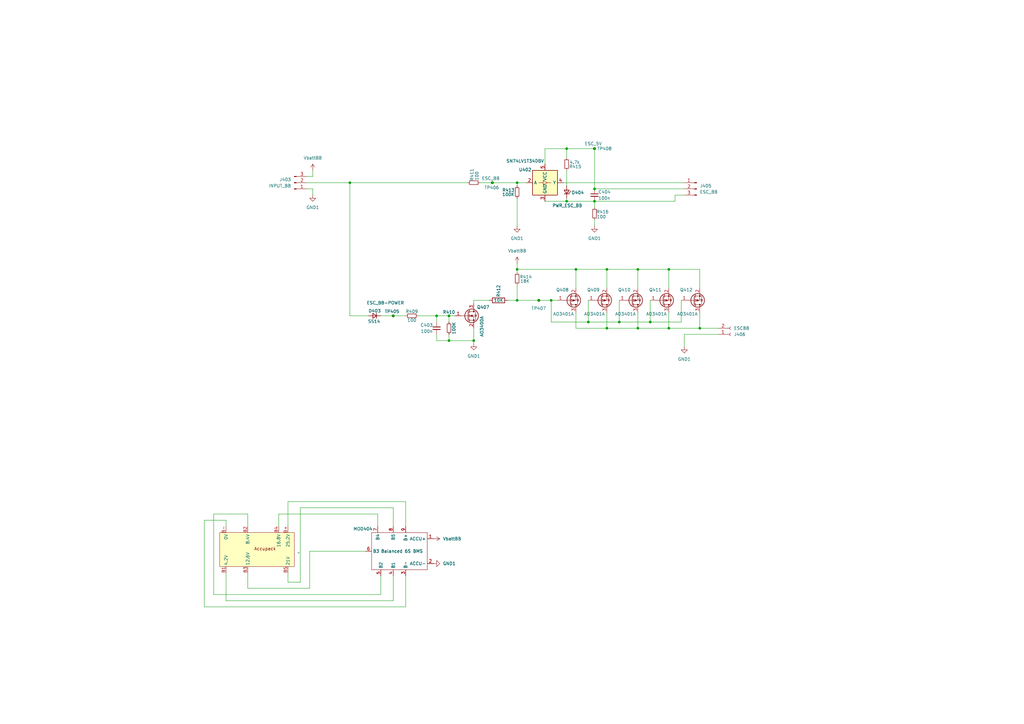
<source format=kicad_sch>
(kicad_sch (version 20241209) (generator "eeschema") (generator_version "9.0")
  (paper "A3")
  (lib_symbols
    (symbol "+3.3V_1" (power) (pin_numbers (hide yes)) (pin_names (offset 0) (hide yes))
      (property "Value" "+3.3V" (at 0 3.556 0))
      (symbol "+3.3V_1_0_1"
        (polyline (pts (xy -0.762 1.27) (xy 0 2.54)))
        (polyline (pts (xy 0 2.54) (xy 0.762 1.27)))
        (polyline (pts (xy 0 0) (xy 0 2.54)))
      )
      (symbol "+3.3V_1_1_1"
        (pin power_in line (at 0 0 90) (length 0) (name "~") (number "1"))
      )
    )
    (symbol "Connector:Conn_01x02_Socket" (pin_names (offset 1.016) (hide yes))
      (property "Reference" "J" (at 0 2.54 0))
      (property "Value" "Conn_01x02_Socket" (at 0 -5.08 0))
      (symbol "Conn_01x02_Socket_1_1"
        (polyline (pts (xy -1.27 0) (xy -0.508 0)) (stroke (width 0.1524)))
        (polyline (pts (xy -1.27 -2.54) (xy -0.508 -2.54)) (stroke (width 0.1524)))
        (arc (start 0 -0.508) (mid -0.5058 0) (end 0 0.508) (stroke (width 0.1524)))
        (arc (start 0 -3.048) (mid -0.5058 -2.54) (end 0 -2.032) (stroke (width 0.1524)))
        (pin passive line (at -5.08 0 0) (length 3.81) (name "Pin_1") (number "1"))
        (pin passive line (at -5.08 -2.54 0) (length 3.81) (name "Pin_2") (number "2"))
      )
    )
    (symbol "Connector:Conn_01x03_Pin" (pin_names (offset 1.016) (hide yes))
      (property "Reference" "J" (at 0 5.08 0))
      (property "Value" "Conn_01x03_Pin" (at 0 -5.08 0))
      (symbol "Conn_01x03_Pin_1_1"
        (rectangle (start 0.8636 2.667) (end 0 2.413) (stroke (width 0.1524)) (fill (type outline)))
        (rectangle (start 0.8636 0.127) (end 0 -0.127) (stroke (width 0.1524)) (fill (type outline)))
        (rectangle (start 0.8636 -2.413) (end 0 -2.667) (stroke (width 0.1524)) (fill (type outline)))
        (polyline (pts (xy 1.27 2.54) (xy 0.8636 2.54)) (stroke (width 0.1524)))
        (polyline (pts (xy 1.27 0) (xy 0.8636 0)) (stroke (width 0.1524)))
        (polyline (pts (xy 1.27 -2.54) (xy 0.8636 -2.54)) (stroke (width 0.1524)))
        (pin passive line (at 5.08 2.54 180) (length 3.81) (name "Pin_1") (number "1"))
        (pin passive line (at 5.08 0 180) (length 3.81) (name "Pin_2") (number "2"))
        (pin passive line (at 5.08 -2.54 180) (length 3.81) (name "Pin_3") (number "3"))
      )
    )
    (symbol "Connector:TestPoint_Small" (pin_numbers (hide yes)) (pin_names (offset 0.762) (hide yes))
      (property "Reference" "TP" (at 0 3.81 0))
      (property "Value" "TestPoint_Small" (at 0 2.032 0))
      (symbol "TestPoint_Small_0_1"
        (circle (center 0 0) (radius 0.508))
      )
      (symbol "TestPoint_Small_1_1"
        (pin passive line (at 0 0 90) (length 0) (name "1") (number "1"))
      )
    )
    (symbol "Device:C_Small" (pin_numbers (hide yes)) (pin_names (offset 0.254) (hide yes))
      (property "Reference" "C" (at 0.254 1.778 0))
      (property "Value" "C_Small" (at 0.254 -2.032 0))
      (symbol "C_Small_0_1"
        (polyline (pts (xy -1.524 0.508) (xy 1.524 0.508)) (stroke (width 0.3048)))
        (polyline (pts (xy -1.524 -0.508) (xy 1.524 -0.508)) (stroke (width 0.3302)))
      )
      (symbol "C_Small_1_1"
        (pin passive line (at 0 2.54 270) (length 2.032) (name "~") (number "1"))
        (pin passive line (at 0 -2.54 90) (length 2.032) (name "~") (number "2"))
      )
    )
    (symbol "Device:D_Small" (pin_numbers (hide yes)) (pin_names (offset 0.254) (hide yes))
      (property "Reference" "D" (at -1.27 2.032 0))
      (property "Value" "D_Small" (at -3.81 -2.032 0))
      (symbol "D_Small_0_1"
        (polyline (pts (xy -0.762 0) (xy 0.762 0)))
        (polyline (pts (xy -0.762 -1.016) (xy -0.762 1.016)) (stroke (width 0.254)))
        (polyline (pts (xy 0.762 -1.016) (xy -0.762 0) (xy 0.762 1.016) (xy 0.762 -1.016)) (stroke (width 0.254)))
      )
      (symbol "D_Small_1_1"
        (pin passive line (at -2.54 0 0) (length 1.778) (name "K") (number "1"))
        (pin passive line (at 2.54 0 180) (length 1.778) (name "A") (number "2"))
      )
    )
    (symbol "Device:LED_Small" (pin_numbers (hide yes)) (pin_names (offset 0.254) (hide yes))
      (property "Reference" "D" (at -1.27 3.175 0))
      (property "Value" "LED_Small" (at -4.445 -2.54 0))
      (symbol "LED_Small_0_1"
        (polyline (pts (xy -0.762 -1.016) (xy -0.762 1.016)) (stroke (width 0.254)))
        (polyline (pts (xy 0 0.762) (xy -0.508 1.27) (xy -0.254 1.27) (xy -0.508 1.27) (xy -0.508 1.016)))
        (polyline (pts (xy 0.508 1.27) (xy 0 1.778) (xy 0.254 1.778) (xy 0 1.778) (xy 0 1.524)))
        (polyline (pts (xy 0.762 -1.016) (xy -0.762 0) (xy 0.762 1.016) (xy 0.762 -1.016)) (stroke (width 0.254)))
        (polyline (pts (xy 1.016 0) (xy -0.762 0)))
      )
      (symbol "LED_Small_1_1"
        (pin passive line (at -2.54 0 0) (length 1.778) (name "K") (number "1"))
        (pin passive line (at 2.54 0 180) (length 1.778) (name "A") (number "2"))
      )
    )
    (symbol "Device:R" (pin_numbers (hide yes)) (pin_names (offset 0))
      (property "Reference" "R" (at 2.032 0 90))
      (property "Value" "R" (at 0 0 90))
      (symbol "R_0_1"
        (rectangle (start -1.016 -2.54) (end 1.016 2.54) (stroke (width 0.254)))
      )
      (symbol "R_1_1"
        (pin passive line (at 0 3.81 270) (length 1.27) (name "~") (number "1"))
        (pin passive line (at 0 -3.81 90) (length 1.27) (name "~") (number "2"))
      )
    )
    (symbol "Device:R_Small" (pin_numbers (hide yes)) (pin_names (offset 0.254) (hide yes))
      (property "Reference" "R" (at 0.762 0.508 0))
      (property "Value" "R_Small" (at 0.762 -1.016 0))
      (symbol "R_Small_0_1"
        (rectangle (start -0.762 1.778) (end 0.762 -1.778) (stroke (width 0.2032)))
      )
      (symbol "R_Small_1_1"
        (pin passive line (at 0 2.54 270) (length 0.762) (name "~") (number "1"))
        (pin passive line (at 0 -2.54 90) (length 0.762) (name "~") (number "2"))
      )
    )
    (symbol "Logic_LevelTranslator:SN74LV1T34DBV"
      (property "Reference" "U" (at 5.08 6.35 0))
      (property "Value" "SN74LV1T34DBV" (at 5.08 3.81 0))
      (symbol "SN74LV1T34DBV_0_1"
        (rectangle (start -5.08 5.08) (end 5.08 -5.08) (stroke (width 0.254)) (fill (type background)))
        (polyline (pts (xy -0.762 0) (xy -2.54 0)))
        (polyline (pts (xy 1.016 0) (xy 2.54 0)))
      )
      (symbol "SN74LV1T34DBV_1_1"
        (polyline (pts (xy -0.762 -0.762) (xy -0.762 0.762) (xy 1.016 0) (xy -0.762 -0.762)))
        (pin input line (at -7.62 0 0) (length 2.54) (name "A") (number "2"))
        (pin no_connect line (at -5.08 2.54 0) (length 2.54) (hide yes) (name "NC") (number "1"))
        (pin power_in line (at 0 7.62 270) (length 2.54) (name "VCC") (number "5"))
        (pin power_in line (at 0 -7.62 90) (length 2.54) (name "GND") (number "3"))
        (pin output line (at 7.62 0 180) (length 2.54) (name "Y") (number "4"))
      )
    )
    (symbol "NicE:Accupack_6C"
      (property "Reference" "MOD" (at -20.32 2.794 0))
      (symbol "Accupack_6C_1_1"
        (rectangle (start -17.78 6.35) (end 12.7 -7.62) (fill (type background)))
        (text "Accupack" (at 0.762 -0.254 0) (effects (font (size 1.27 1.27))))
        (pin passive line (at -15.24 8.89 270) (length 2.54) (name "0V") (number "B-"))
        (pin passive line (at -15.24 -10.16 90) (length 2.54) (name "4.2V") (number "B1"))
        (pin passive line (at -6.35 8.89 270) (length 2.54) (name "8.4V") (number "B2"))
        (pin passive line (at -6.35 -10.16 90) (length 2.54) (name "12.6V") (number "B3"))
        (pin passive line (at 6.35 8.89 270) (length 2.54) (name "16.8V") (number "B4"))
        (pin passive line (at 10.16 8.89 270) (length 2.54) (name "25.2V") (number "B+"))
        (pin passive line (at 10.16 -10.16 90) (length 2.54) (name "21V") (number "B5"))
      )
    )
    (symbol "NicE:BMS_6S_14A"
      (property "Reference" "MOD" (at 9.398 23.368 0))
      (property "Value" "Balanced 6S BMS" (at 2.54 0 0))
      (symbol "BMS_6S_14A_1_1"
        (text_box "" (at -11.43 7.62 0) (size 22.86 -15.24) (margins 1.016 1.016 1.016 1.016) (fill (type color)) (effects (font (size 1.27 1.27)) (justify left top)))
        (pin input line (at -13.97 0 0) (length 2.54) (name "B3") (number "6"))
        (pin input line (at -8.89 10.16 270) (length 2.54) (name "B4") (number "7"))
        (pin input line (at -7.62 -10.16 90) (length 2.54) (name "B2") (number "5"))
        (pin input line (at -2.54 10.16 270) (length 2.54) (name "B5") (number "8"))
        (pin input line (at -2.54 -10.16 90) (length 2.54) (name "B1") (number "4"))
        (pin bidirectional line (at 2.54 10.16 270) (length 2.54) (name "B+") (number "9"))
        (pin passive line (at 2.54 -10.16 90) (length 2.54) (name "B-") (number "3"))
        (pin bidirectional line (at 13.97 5.08 180) (length 2.54) (name "ACCU+") (number "1"))
        (pin passive line (at 13.97 -5.08 180) (length 2.54) (name "ACCU-") (number "2"))
      )
    )
    (symbol "Transistor_FET:2N7002" (pin_names (hide yes))
      (property "Reference" "Q" (at 5.08 1.905 0))
      (property "Value" "2N7002" (at 5.08 0 0))
      (symbol "2N7002_0_1"
        (polyline (pts (xy 0.254 1.905) (xy 0.254 -1.905)) (stroke (width 0.254)))
        (polyline (pts (xy 0.254 0) (xy -2.54 0)))
        (polyline (pts (xy 0.762 2.286) (xy 0.762 1.27)) (stroke (width 0.254)))
        (polyline (pts (xy 0.762 0.508) (xy 0.762 -0.508)) (stroke (width 0.254)))
        (polyline (pts (xy 0.762 -1.27) (xy 0.762 -2.286)) (stroke (width 0.254)))
        (polyline (pts (xy 0.762 -1.778) (xy 3.302 -1.778) (xy 3.302 1.778) (xy 0.762 1.778)))
        (polyline (pts (xy 1.016 0) (xy 2.032 0.381) (xy 2.032 -0.381) (xy 1.016 0)) (fill (type outline)))
        (circle (center 1.651 0) (radius 2.794) (stroke (width 0.254)))
        (polyline (pts (xy 2.54 2.54) (xy 2.54 1.778)))
        (circle (center 2.54 1.778) (radius 0.254) (fill (type outline)))
        (circle (center 2.54 -1.778) (radius 0.254) (fill (type outline)))
        (polyline (pts (xy 2.54 -2.54) (xy 2.54 0) (xy 0.762 0)))
        (polyline (pts (xy 2.794 0.508) (xy 2.921 0.381) (xy 3.683 0.381) (xy 3.81 0.254)))
        (polyline (pts (xy 3.302 0.381) (xy 2.921 -0.254) (xy 3.683 -0.254) (xy 3.302 0.381)))
      )
      (symbol "2N7002_1_1"
        (pin input line (at -5.08 0 0) (length 2.54) (name "G") (number "1"))
        (pin passive line (at 2.54 5.08 270) (length 2.54) (name "D") (number "3"))
        (pin passive line (at 2.54 -5.08 90) (length 2.54) (name "S") (number "2"))
      )
    )
    (symbol "Transistor_FET:AO3401A" (pin_names (hide yes))
      (property "Reference" "Q" (at 5.08 1.905 0))
      (property "Value" "AO3401A" (at 5.08 0 0))
      (symbol "AO3401A_0_1"
        (polyline (pts (xy 0.254 1.905) (xy 0.254 -1.905)) (stroke (width 0.254)))
        (polyline (pts (xy 0.254 0) (xy -2.54 0)))
        (polyline (pts (xy 0.762 2.286) (xy 0.762 1.27)) (stroke (width 0.254)))
        (polyline (pts (xy 0.762 1.778) (xy 3.302 1.778) (xy 3.302 -1.778) (xy 0.762 -1.778)))
        (polyline (pts (xy 0.762 0.508) (xy 0.762 -0.508)) (stroke (width 0.254)))
        (polyline (pts (xy 0.762 -1.27) (xy 0.762 -2.286)) (stroke (width 0.254)))
        (circle (center 1.651 0) (radius 2.794) (stroke (width 0.254)))
        (polyline (pts (xy 2.286 0) (xy 1.27 0.381) (xy 1.27 -0.381) (xy 2.286 0)) (fill (type outline)))
        (polyline (pts (xy 2.54 2.54) (xy 2.54 1.778)))
        (circle (center 2.54 1.778) (radius 0.254) (fill (type outline)))
        (circle (center 2.54 -1.778) (radius 0.254) (fill (type outline)))
        (polyline (pts (xy 2.54 -2.54) (xy 2.54 0) (xy 0.762 0)))
        (polyline (pts (xy 2.794 -0.508) (xy 2.921 -0.381) (xy 3.683 -0.381) (xy 3.81 -0.254)))
        (polyline (pts (xy 3.302 -0.381) (xy 2.921 0.254) (xy 3.683 0.254) (xy 3.302 -0.381)))
      )
      (symbol "AO3401A_1_1"
        (pin input line (at -5.08 0 0) (length 2.54) (name "G") (number "1"))
        (pin passive line (at 2.54 5.08 270) (length 2.54) (name "D") (number "3"))
        (pin passive line (at 2.54 -5.08 90) (length 2.54) (name "S") (number "2"))
      )
    )
    (symbol "power:GND1" (power) (pin_numbers (hide yes)) (pin_names (offset 0) (hide yes))
      (property "Value" "GND1" (at 0 -3.81 0))
      (symbol "GND1_0_1"
        (polyline (pts (xy 0 0) (xy 0 -1.27) (xy 1.27 -1.27) (xy 0 -2.54) (xy -1.27 -1.27) (xy 0 -1.27)))
      )
      (symbol "GND1_1_1"
        (pin power_in line (at 0 0 270) (length 0) (name "~") (number "1"))
      )
    )
  )
  (junction (at 243.84 60.96))
  (junction (at 226.06 123.19))
  (junction (at 243.84 82.55))
  (junction (at 241.3 132.08))
  (junction (at 220.98 123.19))
  (junction (at 212.09 123.19))
  (junction (at 179.07 129.54))
  (junction (at 212.09 110.49))
  (junction (at 232.41 60.96))
  (junction (at 184.15 129.54))
  (junction (at 274.32 110.49))
  (junction (at 248.92 110.49))
  (junction (at 201.93 74.93))
  (junction (at 194.31 139.7))
  (junction (at 274.32 134.62))
  (junction (at 248.92 134.62))
  (junction (at 161.29 129.54))
  (junction (at 254 132.08))
  (junction (at 261.62 110.49))
  (junction (at 243.84 77.47))
  (junction (at 184.15 139.7))
  (junction (at 261.62 134.62))
  (junction (at 143.51 74.93))
  (junction (at 236.22 110.49))
  (junction (at 287.02 134.62))
  (junction (at 232.41 82.55))
  (junction (at 212.09 74.93))
  (junction (at 266.7 132.08))
  (wire (pts (xy 184.15 129.54) (xy 179.07 129.54)))
  (wire (pts (xy 184.15 139.7) (xy 194.31 139.7)))
  (wire (pts (xy 156.21 129.54) (xy 161.29 129.54)))
  (wire (pts (xy 87.63 210.82) (xy 101.6 210.82)))
  (wire (pts (xy 118.11 205.74) (xy 118.11 215.9)))
  (wire (pts (xy 166.37 205.74) (xy 118.11 205.74)))
  (wire (pts (xy 143.51 74.93) (xy 191.77 74.93)))
  (wire (pts (xy 149.86 226.06) (xy 127 226.06)))
  (wire (pts (xy 194.31 140.97) (xy 194.31 139.7)))
  (wire (pts (xy 123.19 238.76) (xy 118.11 238.76)))
  (wire (pts (xy 184.15 129.54) (xy 184.15 132.08)))
  (wire (pts (xy 266.7 132.08) (xy 254 132.08)))
  (wire (pts (xy 248.92 110.49) (xy 261.62 110.49)))
  (wire (pts (xy 280.67 137.16) (xy 280.67 142.24)))
  (wire (pts (xy 212.09 74.93) (xy 215.9 74.93)))
  (wire (pts (xy 125.73 74.93) (xy 143.51 74.93)))
  (wire (pts (xy 166.37 248.92) (xy 83.82 248.92)))
  (wire (pts (xy 223.52 82.55) (xy 232.41 82.55)))
  (wire (pts (xy 236.22 134.62) (xy 248.92 134.62)))
  (wire (pts (xy 287.02 128.27) (xy 287.02 134.62)))
  (wire (pts (xy 156.21 243.84) (xy 87.63 243.84)))
  (wire (pts (xy 232.41 60.96) (xy 243.84 60.96)))
  (wire (pts (xy 212.09 74.93) (xy 212.09 76.2)))
  (wire (pts (xy 248.92 110.49) (xy 248.92 118.11)))
  (wire (pts (xy 231.14 74.93) (xy 280.67 74.93)))
  (wire (pts (xy 287.02 110.49) (xy 287.02 118.11)))
  (wire (pts (xy 223.52 60.96) (xy 223.52 67.31)))
  (wire (pts (xy 196.85 74.93) (xy 201.93 74.93)))
  (wire (pts (xy 274.32 110.49) (xy 274.32 118.11)))
  (wire (pts (xy 266.7 123.19) (xy 266.7 132.08)))
  (wire (pts (xy 166.37 236.22) (xy 166.37 248.92)))
  (wire (pts (xy 254 123.19) (xy 254 132.08)))
  (wire (pts (xy 220.98 123.19) (xy 226.06 123.19)))
  (wire (pts (xy 156.21 236.22) (xy 156.21 243.84)))
  (wire (pts (xy 261.62 134.62) (xy 274.32 134.62)))
  (wire (pts (xy 179.07 139.7) (xy 184.15 139.7)))
  (wire (pts (xy 212.09 116.84) (xy 212.09 123.19)))
  (wire (pts (xy 194.31 123.19) (xy 194.31 124.46)))
  (wire (pts (xy 261.62 110.49) (xy 274.32 110.49)))
  (wire (pts (xy 243.84 77.47) (xy 280.67 77.47)))
  (wire (pts (xy 154.94 210.82) (xy 114.3 210.82)))
  (wire (pts (xy 101.6 241.3) (xy 101.6 234.95)))
  (wire (pts (xy 128.27 77.47) (xy 125.73 77.47)))
  (wire (pts (xy 200.66 123.19) (xy 194.31 123.19)))
  (wire (pts (xy 241.3 123.19) (xy 241.3 132.08)))
  (wire (pts (xy 161.29 246.38) (xy 92.71 246.38)))
  (wire (pts (xy 232.41 82.55) (xy 243.84 82.55)))
  (wire (pts (xy 128.27 69.85) (xy 128.27 72.39)))
  (wire (pts (xy 236.22 128.27) (xy 236.22 134.62)))
  (wire (pts (xy 161.29 215.9) (xy 161.29 208.28)))
  (wire (pts (xy 118.11 238.76) (xy 118.11 234.95)))
  (wire (pts (xy 243.84 90.17) (xy 243.84 92.71)))
  (wire (pts (xy 212.09 110.49) (xy 236.22 110.49)))
  (wire (pts (xy 232.41 69.85) (xy 232.41 76.2)))
  (wire (pts (xy 127 241.3) (xy 101.6 241.3)))
  (wire (pts (xy 166.37 215.9) (xy 166.37 205.74)))
  (wire (pts (xy 243.84 60.96) (xy 243.84 77.47)))
  (wire (pts (xy 154.94 215.9) (xy 154.94 210.82)))
  (wire (pts (xy 254 132.08) (xy 241.3 132.08)))
  (wire (pts (xy 212.09 81.28) (xy 212.09 92.71)))
  (wire (pts (xy 92.71 246.38) (xy 92.71 234.95)))
  (wire (pts (xy 274.32 134.62) (xy 287.02 134.62)))
  (wire (pts (xy 279.4 123.19) (xy 279.4 132.08)))
  (wire (pts (xy 179.07 129.54) (xy 179.07 132.08)))
  (wire (pts (xy 236.22 110.49) (xy 248.92 110.49)))
  (wire (pts (xy 248.92 134.62) (xy 261.62 134.62)))
  (wire (pts (xy 186.69 129.54) (xy 184.15 129.54)))
  (wire (pts (xy 226.06 123.19) (xy 226.06 132.08)))
  (wire (pts (xy 127 226.06) (xy 127 241.3)))
  (wire (pts (xy 92.71 213.36) (xy 92.71 215.9)))
  (wire (pts (xy 212.09 123.19) (xy 220.98 123.19)))
  (wire (pts (xy 143.51 129.54) (xy 143.51 74.93)))
  (wire (pts (xy 243.84 82.55) (xy 276.86 82.55)))
  (wire (pts (xy 212.09 107.95) (xy 212.09 110.49)))
  (wire (pts (xy 261.62 110.49) (xy 261.62 118.11)))
  (wire (pts (xy 241.3 132.08) (xy 226.06 132.08)))
  (wire (pts (xy 212.09 110.49) (xy 212.09 111.76)))
  (wire (pts (xy 274.32 110.49) (xy 287.02 110.49)))
  (wire (pts (xy 184.15 137.16) (xy 184.15 139.7)))
  (wire (pts (xy 87.63 243.84) (xy 87.63 210.82)))
  (wire (pts (xy 274.32 128.27) (xy 274.32 134.62)))
  (wire (pts (xy 223.52 60.96) (xy 232.41 60.96)))
  (wire (pts (xy 179.07 129.54) (xy 171.45 129.54)))
  (wire (pts (xy 161.29 236.22) (xy 161.29 246.38)))
  (wire (pts (xy 276.86 80.01) (xy 276.86 82.55)))
  (wire (pts (xy 128.27 72.39) (xy 125.73 72.39)))
  (wire (pts (xy 194.31 139.7) (xy 194.31 134.62)))
  (wire (pts (xy 232.41 60.96) (xy 232.41 64.77)))
  (wire (pts (xy 161.29 129.54) (xy 166.37 129.54)))
  (wire (pts (xy 261.62 128.27) (xy 261.62 134.62)))
  (wire (pts (xy 243.84 82.55) (xy 243.84 85.09)))
  (wire (pts (xy 83.82 213.36) (xy 92.71 213.36)))
  (wire (pts (xy 128.27 80.01) (xy 128.27 77.47)))
  (wire (pts (xy 179.07 137.16) (xy 179.07 139.7)))
  (wire (pts (xy 83.82 248.92) (xy 83.82 213.36)))
  (wire (pts (xy 248.92 128.27) (xy 248.92 134.62)))
  (wire (pts (xy 280.67 80.01) (xy 276.86 80.01)))
  (wire (pts (xy 101.6 210.82) (xy 101.6 215.9)))
  (wire (pts (xy 266.7 132.08) (xy 279.4 132.08)))
  (wire (pts (xy 212.09 123.19) (xy 208.28 123.19)))
  (wire (pts (xy 114.3 210.82) (xy 114.3 215.9)))
  (wire (pts (xy 228.6 123.19) (xy 226.06 123.19)))
  (wire (pts (xy 294.64 137.16) (xy 280.67 137.16)))
  (wire (pts (xy 236.22 110.49) (xy 236.22 118.11)))
  (wire (pts (xy 123.19 208.28) (xy 123.19 238.76)))
  (wire (pts (xy 201.93 74.93) (xy 212.09 74.93)))
  (wire (pts (xy 151.13 129.54) (xy 143.51 129.54)))
  (wire (pts (xy 287.02 134.62) (xy 294.64 134.62)))
  (wire (pts (xy 232.41 81.28) (xy 232.41 82.55)))
  (wire (pts (xy 161.29 208.28) (xy 123.19 208.28)))
  (symbol (lib_id "Device:R_Small") (at 194.31 74.93 270) (unit 1)
    (property "Reference" "R411" (at 193.548 71.628 0))
    (property "Value" "100" (at 195.58 72.136 0))
    (property "Footprint" "A_Device:R_0603" (effects (hide yes)))
    (property "Description" "Resistor, small symbol" (effects (hide yes)))
    (property "LCSC" "C22775" (effects (hide yes)))
  )
  (symbol (lib_id "Connector:Conn_01x03_Pin") (at 120.65 74.93 0) (mirror x) (unit 1)
    (property "Reference" "J403" (at 119.38 73.6599 0) (effects (justify right)))
    (property "Value" "INPUT_BB" (at 119.38 76.1999 0) (effects (justify right)))
    (property "Footprint" "Connector_Wire:SolderWire-0.75sqmm_1x03_P4.8mm_D1.25mm_OD2.3mm" (effects (hide yes)))
    (property "Description" "Generic connector, single row, 01x03, script generated" (effects (hide yes)))
  )
  (symbol (lib_id "Device:R_Small") (at 243.84 87.63 180) (unit 1)
    (property "Reference" "R416" (at 247.142 86.868 0))
    (property "Value" "100" (at 246.634 88.9 0))
    (property "Footprint" "A_Device:R_0603" (effects (hide yes)))
    (property "Description" "Resistor, small symbol" (effects (hide yes)))
    (property "LCSC" "C22775" (effects (hide yes)))
  )
  (symbol (lib_id "NicE:BMS_6S_14A") (at 163.83 226.06 0) (unit 1)
    (property "Reference" "MOD404" (at 148.844 216.916 0))
    (property "Value" "Balanced 6S BMS" (at 164.846 226.06 0))
    (property "Footprint" "A_Module:BMS_6S_14A" (effects (hide yes)))
    (property "Description" "HXYP-6S-CW15" (effects (hide yes)))
  )
  (symbol (lib_id "Device:R") (at 204.47 123.19 90) (unit 1)
    (property "Reference" "R412" (at 204.47 121.92 0) (effects (justify left)))
    (property "Value" "10K" (at 204.47 123.19 90))
    (property "Footprint" "A_Device:R_0603" (effects (hide yes)))
    (property "Farnell" "2331736" (effects (hide yes)))
    (property "MF" "TE CONNECTIVITY" (effects (hide yes)))
    (property "MFN" "CRGH0603F10K" (effects (hide yes)))
    (property "LCSC" "C25804" (effects (hide yes)))
  )
  (symbol (lib_id "power:GND1") (at 280.67 142.24 0) (unit 1)
    (property "Reference" "#PWR0418" (effects (hide yes)))
    (property "Value" "GND1" (at 280.67 147.32 0))
    (property "Description" "Power symbol creates a global label with name \"GND1\" , ground" (effects (hide yes)))
  )
  (symbol (lib_id "Connector:TestPoint_Small") (at 201.93 74.93 0) (unit 1) (in_bom no)
    (property "Reference" "TP406" (at 198.628 76.962 0) (effects (justify left)))
    (property "Value" "ESC_BB" (at 197.612 73.152 0) (effects (justify left)))
    (property "Footprint" "A_Pads_Pins:Testpad_1" (effects (hide yes)))
    (property "Description" "test point" (effects (hide yes)))
  )
  (symbol (lib_id "power:GND1") (at 212.09 92.71 0) (unit 1)
    (property "Reference" "#PWR0415" (effects (hide yes)))
    (property "Value" "GND1" (at 212.09 97.79 0))
    (property "Description" "Power symbol creates a global label with name \"GND1\" , ground" (effects (hide yes)))
  )
  (symbol (lib_id "Connector:Conn_01x03_Pin") (at 285.75 77.47 0) (mirror y) (unit 1)
    (property "Reference" "J405" (at 287.02 76.1999 0) (effects (justify right)))
    (property "Value" "ESC_BB" (at 287.02 78.7399 0) (effects (justify right)))
    (property "Footprint" "Connector_JST:JST_XH_B3B-XH-A_1x03_P2.50mm_Vertical" (effects (hide yes)))
    (property "Description" "Generic connector, single row, 01x03, script generated" (effects (hide yes)))
    (property "LCSC" "C5341202" (effects (hide yes)))
  )
  (symbol (lib_id "Transistor_FET:2N7002") (at 191.77 129.54 0) (unit 1)
    (property "Reference" "Q407" (at 195.58 125.984 0) (effects (justify left)))
    (property "Value" "AO3400A" (at 197.612 138.176 90) (effects (justify left)))
    (property "Footprint" "Package_TO_SOT_SMD:SOT-23" (effects (hide yes)))
    (property "Datasheet" "https://wmsc.lcsc.com/wmsc/upload/file/pdf/v2/lcsc/1811081213_Alpha---Omega-Semicon-AO3400A_C20917.pdf" (effects (hide yes)))
    (property "Description" "5.7A Id, 30V Vds, N-Channel MOSFET, SOT-23" (effects (hide yes)))
    (property "LCSC" "C20917" (effects (hide yes)))
  )
  (symbol (lib_id "Device:R_Small") (at 168.91 129.54 270) (unit 1)
    (property "Reference" "R409" (at 168.91 127.762 90))
    (property "Value" "100" (at 168.91 131.318 90))
    (property "Footprint" "A_Device:R_0603" (effects (hide yes)))
    (property "Description" "Resistor, small symbol" (effects (hide yes)))
    (property "LCSC" "C22775" (effects (hide yes)))
  )
  (symbol (lib_name "+3.3V_1") (lib_id "power:+3.3V") (at 128.27 69.85 0) (mirror y) (unit 1)
    (property "Reference" "#PWR0403" (effects (hide yes)))
    (property "Value" "VbattBB" (at 128.27 64.77 0))
    (property "Description" "Power symbol creates a global label with name \"+3.3V\"" (effects (hide yes)))
  )
  (symbol (lib_id "Connector:TestPoint_Small") (at 161.29 129.54 0) (unit 1) (in_bom no)
    (property "Reference" "TP405" (at 157.734 127.762 0) (effects (justify left)))
    (property "Value" "ESC_BB-POWER" (at 150.368 124.206 0) (effects (justify left)))
    (property "Footprint" "A_Pads_Pins:Testpad_1" (effects (hide yes)))
    (property "Description" "test point" (effects (hide yes)))
  )
  (symbol (lib_id "Connector:TestPoint_Small") (at 220.98 123.19 0) (unit 1) (in_bom no)
    (property "Reference" "TP407" (at 217.932 126.492 0) (effects (justify left)))
    (property "Value" "ESC_SB-POWER-5V" (effects (hide yes)))
    (property "Footprint" "A_Pads_Pins:Testpad_1" (effects (hide yes)))
    (property "Description" "test point" (effects (hide yes)))
  )
  (symbol (lib_id "Transistor_FET:AO3401A") (at 259.08 123.19 0) (mirror x) (unit 1)
    (property "Reference" "Q410" (at 253.492 118.872 0) (effects (justify left)))
    (property "Value" "AO3401A" (at 252.222 128.778 0) (effects (justify left)))
    (property "Footprint" "Package_TO_SOT_SMD:SOT-23" (effects (hide yes)))
    (property "Datasheet" "http://www.aosmd.com/pdfs/datasheet/AO3401A.pdf" (effects (hide yes)))
    (property "Description" "-4.0A Id, -30V Vds, P-Channel MOSFET, SOT-23" (effects (hide yes)))
    (property "LCSC" "C15127" (effects (hide yes)))
  )
  (symbol (lib_id "Transistor_FET:AO3401A") (at 284.48 123.19 0) (mirror x) (unit 1)
    (property "Reference" "Q412" (at 278.892 118.872 0) (effects (justify left)))
    (property "Value" "AO3401A" (at 277.622 128.778 0) (effects (justify left)))
    (property "Footprint" "Package_TO_SOT_SMD:SOT-23" (effects (hide yes)))
    (property "Datasheet" "http://www.aosmd.com/pdfs/datasheet/AO3401A.pdf" (effects (hide yes)))
    (property "Description" "-4.0A Id, -30V Vds, P-Channel MOSFET, SOT-23" (effects (hide yes)))
    (property "LCSC" "C15127" (effects (hide yes)))
  )
  (symbol (lib_id "NicE:Accupack_6C") (at 107.95 224.79 0) (unit 1)
    (property "Reference" "MOD403" (effects (hide yes)))
    (property "Value" "~" (at 121.92 226.695 0) (effects (justify left)))
    (property "Footprint" "A_Mechanical:Accupack_6C" (effects (hide yes)))
  )
  (symbol (lib_id "Device:LED_Small") (at 232.41 78.74 270) (mirror x) (unit 1)
    (property "Reference" "D404" (at 236.982 78.994 90))
    (property "Value" "PWR_ESC_BB" (at 232.664 84.328 90))
    (property "Footprint" "LED_SMD:LED_0603_1608Metric" (effects (hide yes)))
    (property "Datasheet" "https://datasheet.lcsc.com/szlcsc/Hubei-KENTO-Elec-KT-0603R_C2286.pdf" (effects (hide yes)))
    (property "LCSC" "C2286" (effects (hide yes)))
  )
  (symbol (lib_id "Transistor_FET:AO3401A") (at 246.38 123.19 0) (mirror x) (unit 1)
    (property "Reference" "Q409" (at 240.792 118.872 0) (effects (justify left)))
    (property "Value" "AO3401A" (at 239.522 128.778 0) (effects (justify left)))
    (property "Footprint" "Package_TO_SOT_SMD:SOT-23" (effects (hide yes)))
    (property "Datasheet" "http://www.aosmd.com/pdfs/datasheet/AO3401A.pdf" (effects (hide yes)))
    (property "Description" "-4.0A Id, -30V Vds, P-Channel MOSFET, SOT-23" (effects (hide yes)))
    (property "LCSC" "C15127" (effects (hide yes)))
  )
  (symbol (lib_id "Logic_LevelTranslator:SN74LV1T34DBV") (at 223.52 74.93 0) (unit 1)
    (property "Reference" "U402" (at 215.392 69.596 0))
    (property "Value" "SN74LV1T34DBV" (at 215.392 66.04 0))
    (property "Footprint" "Package_TO_SOT_SMD:SOT-23-5" (effects (hide yes)))
    (property "Datasheet" "https://www.ti.com/lit/ds/symlink/sn74lv1t34.pdf" (effects (hide yes)))
    (property "Description" "Single Power Supply, Single Buffer GATE, CMOS Logic, Level Shifter, SOT-23-5" (effects (hide yes)))
    (property "LCSC" "C100024" (effects (hide yes)))
  )
  (symbol (lib_id "power:GND1") (at 194.31 140.97 0) (unit 1)
    (property "Reference" "#PWR0414" (effects (hide yes)))
    (property "Value" "GND1" (at 194.31 146.05 0))
    (property "Description" "Power symbol creates a global label with name \"GND1\" , ground" (effects (hide yes)))
  )
  (symbol (lib_id "Device:C_Small") (at 179.07 134.62 0) (mirror y) (unit 1)
    (property "Reference" "C403" (at 177.546 133.35 0) (effects (justify left)))
    (property "Value" "100n" (at 177.546 135.89 0) (effects (justify left)))
    (property "Footprint" "A_Device:C_0603" (effects (hide yes)))
    (property "LCSC" "C14663" (effects (hide yes)))
  )
  (symbol (lib_id "power:GND1") (at 243.84 92.71 0) (unit 1)
    (property "Reference" "#PWR0417" (effects (hide yes)))
    (property "Value" "GND1" (at 243.84 97.79 0))
    (property "Description" "Power symbol creates a global label with name \"GND1\" , ground" (effects (hide yes)))
  )
  (symbol (lib_id "power:GND1") (at 177.8 231.14 90) (unit 1)
    (property "Reference" "#PWR0411" (effects (hide yes)))
    (property "Value" "GND1" (at 181.61 231.1399 90) (effects (justify right)))
    (property "Description" "Power symbol creates a global label with name \"GND1\" , ground" (effects (hide yes)))
  )
  (symbol (lib_id "Transistor_FET:AO3401A") (at 271.78 123.19 0) (mirror x) (unit 1)
    (property "Reference" "Q411" (at 266.192 118.872 0) (effects (justify left)))
    (property "Value" "AO3401A" (at 264.922 128.778 0) (effects (justify left)))
    (property "Footprint" "Package_TO_SOT_SMD:SOT-23" (effects (hide yes)))
    (property "Datasheet" "http://www.aosmd.com/pdfs/datasheet/AO3401A.pdf" (effects (hide yes)))
    (property "Description" "-4.0A Id, -30V Vds, P-Channel MOSFET, SOT-23" (effects (hide yes)))
    (property "LCSC" "C15127" (effects (hide yes)))
  )
  (symbol (lib_id "Device:R_Small") (at 212.09 114.3 0) (unit 1)
    (property "Reference" "R414" (at 213.106 113.538 0) (effects (justify left)))
    (property "Value" "18K" (at 213.36 115.316 0) (effects (justify left)))
    (property "Footprint" "A_Device:R_0603" (effects (hide yes)))
    (property "Description" "Resistor, small symbol" (effects (hide yes)))
    (property "LCSC" "C25810" (effects (hide yes)))
  )
  (symbol (lib_id "Transistor_FET:AO3401A") (at 233.68 123.19 0) (mirror x) (unit 1)
    (property "Reference" "Q408" (at 228.092 118.872 0) (effects (justify left)))
    (property "Value" "AO3401A" (at 226.822 128.778 0) (effects (justify left)))
    (property "Footprint" "Package_TO_SOT_SMD:SOT-23" (effects (hide yes)))
    (property "Datasheet" "http://www.aosmd.com/pdfs/datasheet/AO3401A.pdf" (effects (hide yes)))
    (property "Description" "-4.0A Id, -30V Vds, P-Channel MOSFET, SOT-23" (effects (hide yes)))
    (property "LCSC" "C15127" (effects (hide yes)))
  )
  (symbol (lib_id "Device:D_Small") (at 153.67 129.54 180) (unit 1)
    (property "Reference" "D403" (at 153.67 127.508 0))
    (property "Value" "SS14" (at 153.416 131.826 0))
    (property "Footprint" "A_Device:D_SMA_4.3x3x2.4" (effects (hide yes)))
    (property "Sim.Device" "D" (effects (hide yes)))
    (property "Sim.Pins" "1=K 2=A" (effects (hide yes)))
    (property "LCSC" "C2480" (effects (hide yes)))
  )
  (symbol (lib_id "Device:R_Small") (at 232.41 67.31 0) (mirror x) (unit 1)
    (property "Reference" "R415" (at 235.966 68.326 0))
    (property "Value" "4.7k" (at 235.712 66.548 0))
    (property "Footprint" "A_Device:R_0603" (effects (hide yes)))
    (property "LCSC" "C4177" (effects (hide yes)))
  )
  (symbol (lib_id "power:GND1") (at 128.27 80.01 0) (unit 1)
    (property "Reference" "#PWR0404" (effects (hide yes)))
    (property "Value" "GND1" (at 128.27 85.09 0))
    (property "Description" "Power symbol creates a global label with name \"GND1\" , ground" (effects (hide yes)))
  )
  (symbol (lib_id "Device:R_Small") (at 184.15 134.62 0) (mirror y) (unit 1)
    (property "Reference" "R410" (at 186.69 128.016 0) (effects (justify left)))
    (property "Value" "100K" (at 186.182 137.16 90) (effects (justify left)))
    (property "Footprint" "A_Device:R_0603" (effects (hide yes)))
    (property "Description" "Resistor, small symbol" (effects (hide yes)))
    (property "LCSC" "C25804" (effects (hide yes)))
  )
  (symbol (lib_name "+3.3V_1") (lib_id "power:+3.3V") (at 212.09 107.95 0) (unit 1)
    (property "Reference" "#PWR0416" (effects (hide yes)))
    (property "Value" "VbattBB" (at 212.09 102.87 0))
    (property "Description" "Power symbol creates a global label with name \"+3.3V\"" (effects (hide yes)))
  )
  (symbol (lib_id "Device:C_Small") (at 243.84 80.01 0) (unit 1)
    (property "Reference" "C404" (at 245.364 78.74 0) (effects (justify left)))
    (property "Value" "100n" (at 245.364 81.28 0) (effects (justify left)))
    (property "Footprint" "A_Device:C_0603" (effects (hide yes)))
    (property "LCSC" "C14663" (effects (hide yes)))
  )
  (symbol (lib_id "Connector:Conn_01x02_Socket") (at 299.72 137.16 0) (mirror x) (unit 1)
    (property "Reference" "J406" (at 300.99 137.1601 0) (effects (justify left)))
    (property "Value" "ESCBB" (at 300.99 134.6201 0) (effects (justify left)))
    (property "Footprint" "Connector_Wire:SolderWire-0.75sqmm_1x02_P4.8mm_D1.25mm_OD2.3mm" (effects (hide yes)))
  )
  (symbol (lib_name "+3.3V_1") (lib_id "power:+3.3V") (at 177.8 220.98 270) (mirror x) (unit 1)
    (property "Reference" "#PWR0409" (effects (hide yes)))
    (property "Value" "VbattBB" (at 181.61 220.9799 90) (effects (justify left)))
    (property "Description" "Power symbol creates a global label with name \"+3.3V\"" (effects (hide yes)))
  )
  (symbol (lib_id "Device:R_Small") (at 212.09 78.74 0) (mirror y) (unit 1)
    (property "Reference" "R413" (at 211.074 77.978 0) (effects (justify left)))
    (property "Value" "100K" (at 211.074 79.756 0) (effects (justify left)))
    (property "Footprint" "A_Device:R_0603" (effects (hide yes)))
    (property "Description" "Resistor, small symbol" (effects (hide yes)))
    (property "LCSC" "C25804" (effects (hide yes)))
  )
  (symbol (lib_id "Connector:TestPoint_Small") (at 243.84 60.96 0) (unit 1) (in_bom no)
    (property "Reference" "TP408" (at 244.856 60.96 0) (effects (justify left)))
    (property "Value" "ESC_5V" (at 239.776 58.928 0) (effects (justify left)))
    (property "Footprint" "A_Pads_Pins:Testpad_1" (effects (hide yes)))
    (property "Description" "test point" (effects (hide yes)))
  )
)
</source>
